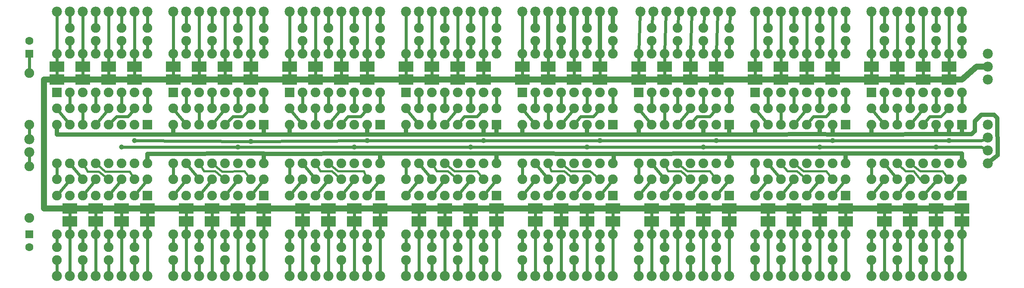
<source format=gbl>
G04 MADE WITH FRITZING*
G04 WWW.FRITZING.ORG*
G04 DOUBLE SIDED*
G04 HOLES PLATED*
G04 CONTOUR ON CENTER OF CONTOUR VECTOR*
%ASAXBY*%
%FSLAX23Y23*%
%MOIN*%
%OFA0B0*%
%SFA1.0B1.0*%
%ADD10C,0.039370*%
%ADD11C,0.078000*%
%ADD12C,0.075000*%
%ADD13C,0.062992*%
%ADD14R,0.118110X0.078740*%
%ADD15R,0.075000X0.075000*%
%ADD16R,0.062992X0.062992*%
%ADD17C,0.024000*%
%ADD18C,0.032000*%
%ADD19C,0.048000*%
%ADD20C,0.016000*%
%LNCOPPER0*%
G90*
G70*
G54D10*
X5460Y1179D03*
X5360Y1129D03*
X6260Y1129D03*
X6360Y1179D03*
X7260Y1179D03*
X7160Y1129D03*
X4560Y1179D03*
X4460Y1129D03*
X960Y1179D03*
X860Y1129D03*
X3660Y1179D03*
X3561Y1129D03*
X1861Y1175D03*
X1760Y1129D03*
X2661Y1129D03*
X2760Y1179D03*
G54D11*
X4660Y2179D03*
X4560Y2179D03*
X4460Y2179D03*
X4360Y2179D03*
X4260Y2179D03*
X4160Y2179D03*
X4060Y2179D03*
X3960Y2179D03*
X1060Y2179D03*
X960Y2179D03*
X860Y2179D03*
X760Y2179D03*
X660Y2179D03*
X560Y2179D03*
X460Y2179D03*
X360Y2179D03*
X1960Y2179D03*
X1860Y2179D03*
X1760Y2179D03*
X1660Y2179D03*
X1560Y2179D03*
X1460Y2179D03*
X1360Y2179D03*
X1260Y2179D03*
X3760Y2179D03*
X3660Y2179D03*
X3560Y2179D03*
X3460Y2179D03*
X3360Y2179D03*
X3260Y2179D03*
X3160Y2179D03*
X3060Y2179D03*
X2860Y2179D03*
X2760Y2179D03*
X2660Y2179D03*
X2560Y2179D03*
X2460Y2179D03*
X2360Y2179D03*
X2260Y2179D03*
X2160Y2179D03*
X5573Y2179D03*
X5473Y2179D03*
X5373Y2179D03*
X5273Y2179D03*
X5173Y2179D03*
X5073Y2179D03*
X4973Y2179D03*
X4873Y2179D03*
X6460Y2179D03*
X6360Y2179D03*
X6260Y2179D03*
X6160Y2179D03*
X6060Y2179D03*
X5960Y2179D03*
X5860Y2179D03*
X5760Y2179D03*
X7360Y2179D03*
X7260Y2179D03*
X7160Y2179D03*
X7060Y2179D03*
X6960Y2179D03*
X6860Y2179D03*
X6760Y2179D03*
X6660Y2179D03*
G54D12*
X1060Y1304D03*
X1060Y1004D03*
X960Y1304D03*
X960Y1004D03*
X860Y1304D03*
X860Y1004D03*
X760Y1304D03*
X760Y1004D03*
X660Y1304D03*
X660Y1004D03*
X560Y1304D03*
X560Y1004D03*
X460Y1304D03*
X460Y1004D03*
X360Y1304D03*
X360Y1004D03*
X1960Y1304D03*
X1960Y1004D03*
X1860Y1304D03*
X1860Y1004D03*
X1760Y1304D03*
X1760Y1004D03*
X1660Y1304D03*
X1660Y1004D03*
X1560Y1304D03*
X1560Y1004D03*
X1460Y1304D03*
X1460Y1004D03*
X1360Y1304D03*
X1360Y1004D03*
X1260Y1304D03*
X1260Y1004D03*
X2860Y1304D03*
X2860Y1004D03*
X2760Y1304D03*
X2760Y1004D03*
X2660Y1304D03*
X2660Y1004D03*
X2560Y1304D03*
X2560Y1004D03*
X2460Y1304D03*
X2460Y1004D03*
X2360Y1304D03*
X2360Y1004D03*
X2260Y1304D03*
X2260Y1004D03*
X2160Y1304D03*
X2160Y1004D03*
X3760Y1304D03*
X3760Y1004D03*
X3660Y1304D03*
X3660Y1004D03*
X3560Y1304D03*
X3560Y1004D03*
X3460Y1304D03*
X3460Y1004D03*
X3360Y1304D03*
X3360Y1004D03*
X3260Y1304D03*
X3260Y1004D03*
X3160Y1304D03*
X3160Y1004D03*
X3060Y1304D03*
X3060Y1004D03*
X4660Y1304D03*
X4660Y1004D03*
X4560Y1304D03*
X4560Y1004D03*
X4460Y1304D03*
X4460Y1004D03*
X4360Y1304D03*
X4360Y1004D03*
X4260Y1304D03*
X4260Y1004D03*
X4160Y1304D03*
X4160Y1004D03*
X4060Y1304D03*
X4060Y1004D03*
X3960Y1304D03*
X3960Y1004D03*
X5560Y1304D03*
X5560Y1004D03*
X5460Y1304D03*
X5460Y1004D03*
X5360Y1304D03*
X5360Y1004D03*
X5260Y1304D03*
X5260Y1004D03*
X5160Y1304D03*
X5160Y1004D03*
X5060Y1304D03*
X5060Y1004D03*
X4960Y1304D03*
X4960Y1004D03*
X4860Y1304D03*
X4860Y1004D03*
X6460Y1304D03*
X6460Y1004D03*
X6360Y1304D03*
X6360Y1004D03*
X6260Y1304D03*
X6260Y1004D03*
X6160Y1304D03*
X6160Y1004D03*
X6060Y1304D03*
X6060Y1004D03*
X5960Y1304D03*
X5960Y1004D03*
X5860Y1304D03*
X5860Y1004D03*
X5760Y1304D03*
X5760Y1004D03*
X7360Y1304D03*
X7360Y1004D03*
X7260Y1304D03*
X7260Y1004D03*
X7160Y1304D03*
X7160Y1004D03*
X7060Y1304D03*
X7060Y1004D03*
X6960Y1304D03*
X6960Y1004D03*
X6860Y1304D03*
X6860Y1004D03*
X6760Y1304D03*
X6760Y1004D03*
X6660Y1304D03*
X6660Y1004D03*
X1060Y754D03*
X1060Y454D03*
X960Y754D03*
X960Y454D03*
X860Y754D03*
X860Y454D03*
X760Y754D03*
X760Y454D03*
X660Y754D03*
X660Y454D03*
X560Y754D03*
X560Y454D03*
X460Y754D03*
X460Y454D03*
X360Y754D03*
X360Y454D03*
X1960Y754D03*
X1960Y454D03*
X1860Y754D03*
X1860Y454D03*
X1760Y754D03*
X1760Y454D03*
X1660Y754D03*
X1660Y454D03*
X1560Y754D03*
X1560Y454D03*
X1460Y754D03*
X1460Y454D03*
X1360Y754D03*
X1360Y454D03*
X1260Y754D03*
X1260Y454D03*
X2860Y754D03*
X2860Y454D03*
X2760Y754D03*
X2760Y454D03*
X2660Y754D03*
X2660Y454D03*
X2560Y754D03*
X2560Y454D03*
X2460Y754D03*
X2460Y454D03*
X2360Y754D03*
X2360Y454D03*
X2260Y754D03*
X2260Y454D03*
X2160Y754D03*
X2160Y454D03*
X3760Y754D03*
X3760Y454D03*
X3660Y754D03*
X3660Y454D03*
X3560Y754D03*
X3560Y454D03*
X3460Y754D03*
X3460Y454D03*
X3360Y754D03*
X3360Y454D03*
X3260Y754D03*
X3260Y454D03*
X3160Y754D03*
X3160Y454D03*
X3060Y754D03*
X3060Y454D03*
X4660Y754D03*
X4660Y454D03*
X4560Y754D03*
X4560Y454D03*
X4460Y754D03*
X4460Y454D03*
X4360Y754D03*
X4360Y454D03*
X4260Y754D03*
X4260Y454D03*
X4160Y754D03*
X4160Y454D03*
X4060Y754D03*
X4060Y454D03*
X3960Y754D03*
X3960Y454D03*
X5560Y754D03*
X5560Y454D03*
X5460Y754D03*
X5460Y454D03*
X5360Y754D03*
X5360Y454D03*
X5260Y754D03*
X5260Y454D03*
X5160Y754D03*
X5160Y454D03*
X5060Y754D03*
X5060Y454D03*
X4960Y754D03*
X4960Y454D03*
X4860Y754D03*
X4860Y454D03*
X6460Y754D03*
X6460Y454D03*
X6360Y754D03*
X6360Y454D03*
X6260Y754D03*
X6260Y454D03*
X6160Y754D03*
X6160Y454D03*
X6060Y754D03*
X6060Y454D03*
X5960Y754D03*
X5960Y454D03*
X5860Y754D03*
X5860Y454D03*
X5760Y754D03*
X5760Y454D03*
X7360Y753D03*
X7360Y453D03*
X7260Y753D03*
X7260Y453D03*
X7160Y753D03*
X7160Y453D03*
X7060Y753D03*
X7060Y453D03*
X6960Y753D03*
X6960Y453D03*
X6860Y753D03*
X6860Y453D03*
X6760Y753D03*
X6760Y453D03*
X6660Y753D03*
X6660Y453D03*
X360Y1554D03*
X360Y1854D03*
X460Y1554D03*
X460Y1854D03*
X560Y1554D03*
X560Y1854D03*
X660Y1554D03*
X660Y1854D03*
X760Y1554D03*
X760Y1854D03*
X860Y1554D03*
X860Y1854D03*
X960Y1554D03*
X960Y1854D03*
X1060Y1554D03*
X1060Y1854D03*
X1260Y1554D03*
X1260Y1854D03*
X1360Y1554D03*
X1360Y1854D03*
X1460Y1554D03*
X1460Y1854D03*
X1560Y1554D03*
X1560Y1854D03*
X1660Y1554D03*
X1660Y1854D03*
X1760Y1554D03*
X1760Y1854D03*
X1860Y1554D03*
X1860Y1854D03*
X1960Y1554D03*
X1960Y1854D03*
X2160Y1554D03*
X2160Y1854D03*
X2260Y1554D03*
X2260Y1854D03*
X2360Y1554D03*
X2360Y1854D03*
X2460Y1554D03*
X2460Y1854D03*
X2560Y1554D03*
X2560Y1854D03*
X2660Y1554D03*
X2660Y1854D03*
X2760Y1554D03*
X2760Y1854D03*
X2860Y1554D03*
X2860Y1854D03*
X3060Y1554D03*
X3060Y1854D03*
X3160Y1554D03*
X3160Y1854D03*
X3260Y1554D03*
X3260Y1854D03*
X3360Y1554D03*
X3360Y1854D03*
X3460Y1554D03*
X3460Y1854D03*
X3560Y1554D03*
X3560Y1854D03*
X3660Y1554D03*
X3660Y1854D03*
X3760Y1554D03*
X3760Y1854D03*
X3960Y1554D03*
X3960Y1854D03*
X4060Y1554D03*
X4060Y1854D03*
X4160Y1554D03*
X4160Y1854D03*
X4260Y1554D03*
X4260Y1854D03*
X4360Y1554D03*
X4360Y1854D03*
X4460Y1554D03*
X4460Y1854D03*
X4560Y1554D03*
X4560Y1854D03*
X4660Y1554D03*
X4660Y1854D03*
X5761Y1553D03*
X5761Y1853D03*
X5861Y1553D03*
X5861Y1853D03*
X5961Y1553D03*
X5961Y1853D03*
X6061Y1553D03*
X6061Y1853D03*
X6161Y1553D03*
X6161Y1853D03*
X6261Y1553D03*
X6261Y1853D03*
X6361Y1553D03*
X6361Y1853D03*
X6461Y1553D03*
X6461Y1853D03*
X4860Y1554D03*
X4860Y1854D03*
X4960Y1554D03*
X4960Y1854D03*
X5060Y1554D03*
X5060Y1854D03*
X5160Y1554D03*
X5160Y1854D03*
X5260Y1554D03*
X5260Y1854D03*
X5360Y1554D03*
X5360Y1854D03*
X5460Y1554D03*
X5460Y1854D03*
X5560Y1554D03*
X5560Y1854D03*
X6661Y1553D03*
X6661Y1853D03*
X6761Y1553D03*
X6761Y1853D03*
X6861Y1553D03*
X6861Y1853D03*
X6961Y1553D03*
X6961Y1853D03*
X7061Y1553D03*
X7061Y1853D03*
X7161Y1553D03*
X7161Y1853D03*
X7261Y1553D03*
X7261Y1853D03*
X7361Y1553D03*
X7361Y1853D03*
X7360Y1954D03*
X7360Y2054D03*
X6960Y2054D03*
X6960Y1954D03*
X5560Y2054D03*
X5560Y1954D03*
X6460Y2054D03*
X6460Y1954D03*
X5360Y2054D03*
X5360Y1954D03*
X6260Y2054D03*
X6260Y1954D03*
X5160Y2054D03*
X5160Y1954D03*
X6060Y2054D03*
X6060Y1954D03*
X4960Y2054D03*
X4960Y1954D03*
X5860Y2054D03*
X5860Y1954D03*
X7260Y879D03*
X7360Y879D03*
X7073Y879D03*
X7173Y879D03*
X6860Y879D03*
X6960Y879D03*
X3960Y879D03*
X4060Y879D03*
X360Y879D03*
X460Y879D03*
X1260Y879D03*
X1360Y879D03*
X2160Y879D03*
X2260Y879D03*
X3060Y879D03*
X3160Y879D03*
X4860Y879D03*
X4960Y879D03*
X5760Y879D03*
X5860Y879D03*
X4160Y879D03*
X4260Y879D03*
X560Y879D03*
X660Y879D03*
X1460Y879D03*
X1560Y879D03*
X2360Y879D03*
X2460Y879D03*
X3260Y879D03*
X3360Y879D03*
X5060Y879D03*
X5160Y879D03*
X5960Y879D03*
X6060Y879D03*
X4360Y879D03*
X4460Y879D03*
X1660Y879D03*
X1760Y879D03*
X760Y879D03*
X860Y879D03*
X2560Y879D03*
X2660Y879D03*
X3460Y879D03*
X3560Y879D03*
X5260Y879D03*
X5360Y879D03*
X6160Y879D03*
X6260Y879D03*
X4560Y879D03*
X4660Y879D03*
X1860Y879D03*
X1960Y879D03*
X960Y879D03*
X1060Y879D03*
X2760Y879D03*
X2860Y879D03*
X3660Y879D03*
X3760Y879D03*
X5460Y879D03*
X5560Y879D03*
X6360Y879D03*
X6460Y879D03*
X6660Y879D03*
X6760Y879D03*
X7260Y1429D03*
X7360Y1429D03*
X6860Y1429D03*
X6960Y1429D03*
X7160Y1429D03*
X7060Y1429D03*
X4560Y1429D03*
X4660Y1429D03*
X1860Y1429D03*
X1960Y1429D03*
X960Y1429D03*
X1060Y1429D03*
X2760Y1429D03*
X2860Y1429D03*
X3660Y1429D03*
X3760Y1429D03*
X5460Y1429D03*
X5560Y1429D03*
X6360Y1429D03*
X6460Y1429D03*
X4460Y1429D03*
X4360Y1429D03*
X1760Y1429D03*
X1660Y1429D03*
X860Y1429D03*
X760Y1429D03*
X2660Y1429D03*
X2560Y1429D03*
X3560Y1429D03*
X3460Y1429D03*
X5360Y1429D03*
X5260Y1429D03*
X6260Y1429D03*
X6160Y1429D03*
X4160Y1429D03*
X4260Y1429D03*
X1460Y1429D03*
X1560Y1429D03*
X3260Y1429D03*
X3360Y1429D03*
X560Y1429D03*
X660Y1429D03*
X2360Y1429D03*
X2460Y1429D03*
X5060Y1429D03*
X5160Y1429D03*
X5960Y1429D03*
X6060Y1429D03*
X4060Y1429D03*
X3960Y1429D03*
X460Y1429D03*
X360Y1429D03*
X1360Y1429D03*
X1260Y1429D03*
X2260Y1429D03*
X2160Y1429D03*
X3160Y1429D03*
X3060Y1429D03*
X4960Y1429D03*
X4860Y1429D03*
X5860Y1429D03*
X5760Y1429D03*
X6760Y1429D03*
X6660Y1429D03*
X7260Y354D03*
X7260Y254D03*
X7060Y354D03*
X7060Y254D03*
X6860Y354D03*
X6860Y254D03*
X4560Y354D03*
X4560Y254D03*
X960Y354D03*
X960Y254D03*
X1860Y354D03*
X1860Y254D03*
X2760Y354D03*
X2760Y254D03*
X3660Y354D03*
X3660Y254D03*
X5460Y354D03*
X5460Y254D03*
X6360Y354D03*
X6360Y254D03*
X4360Y354D03*
X4360Y254D03*
X760Y354D03*
X760Y254D03*
X1660Y354D03*
X1660Y254D03*
X2560Y354D03*
X2560Y254D03*
X3460Y354D03*
X3460Y254D03*
X5260Y354D03*
X5260Y254D03*
X6160Y354D03*
X6160Y254D03*
X4160Y354D03*
X4160Y254D03*
X1460Y354D03*
X1460Y254D03*
X560Y354D03*
X560Y254D03*
X2360Y354D03*
X2360Y254D03*
X3260Y354D03*
X3260Y254D03*
X5060Y354D03*
X5060Y254D03*
X5960Y354D03*
X5960Y254D03*
X3960Y354D03*
X3960Y254D03*
X360Y354D03*
X360Y254D03*
X1260Y354D03*
X1260Y254D03*
X2160Y354D03*
X2160Y254D03*
X3060Y354D03*
X3060Y254D03*
X4860Y354D03*
X4860Y254D03*
X5760Y354D03*
X5760Y254D03*
X6660Y354D03*
X6660Y254D03*
X4660Y2054D03*
X4660Y1954D03*
X4460Y2054D03*
X4460Y1954D03*
X4060Y2054D03*
X4060Y1954D03*
X1560Y2054D03*
X1560Y1954D03*
X1760Y2054D03*
X1760Y1954D03*
X1960Y2054D03*
X1960Y1954D03*
X460Y2054D03*
X460Y1954D03*
X860Y2054D03*
X860Y1954D03*
X660Y2054D03*
X660Y1954D03*
X1360Y2054D03*
X1360Y1954D03*
X3560Y2054D03*
X3560Y1954D03*
X3760Y2054D03*
X3760Y1954D03*
X1060Y2054D03*
X1060Y1954D03*
X2860Y2054D03*
X2860Y1954D03*
X3360Y2054D03*
X3360Y1954D03*
X3160Y2054D03*
X3160Y1954D03*
X2460Y2054D03*
X2460Y1954D03*
X2260Y2054D03*
X2260Y1954D03*
X2660Y2054D03*
X2660Y1954D03*
X4260Y2054D03*
X4260Y1954D03*
G54D11*
X3960Y129D03*
X4060Y129D03*
X4160Y129D03*
X4260Y129D03*
X4360Y129D03*
X4460Y129D03*
X4560Y129D03*
X4660Y129D03*
X360Y129D03*
X460Y129D03*
X560Y129D03*
X660Y129D03*
X760Y129D03*
X860Y129D03*
X960Y129D03*
X1060Y129D03*
X1260Y129D03*
X1360Y129D03*
X1460Y129D03*
X1560Y129D03*
X1660Y129D03*
X1760Y129D03*
X1860Y129D03*
X1960Y129D03*
X2160Y129D03*
X2260Y129D03*
X2360Y129D03*
X2460Y129D03*
X2560Y129D03*
X2660Y129D03*
X2760Y129D03*
X2860Y129D03*
X3060Y129D03*
X3160Y129D03*
X3260Y129D03*
X3360Y129D03*
X3460Y129D03*
X3560Y129D03*
X3660Y129D03*
X3760Y129D03*
X6660Y129D03*
X6760Y129D03*
X6860Y129D03*
X6960Y129D03*
X7060Y129D03*
X7160Y129D03*
X7260Y129D03*
X7360Y129D03*
X5760Y129D03*
X5860Y129D03*
X5960Y129D03*
X6060Y129D03*
X6160Y129D03*
X6260Y129D03*
X6360Y129D03*
X6460Y129D03*
X4860Y129D03*
X4960Y129D03*
X5060Y129D03*
X5160Y129D03*
X5260Y129D03*
X5360Y129D03*
X5460Y129D03*
X5560Y129D03*
G54D12*
X7160Y1954D03*
X7160Y2054D03*
X6760Y2054D03*
X6760Y1954D03*
G54D11*
X7560Y1004D03*
X7560Y1104D03*
X7560Y1204D03*
X7560Y1304D03*
X7560Y1854D03*
X7560Y1754D03*
X7560Y1654D03*
G54D13*
X148Y1855D03*
X148Y1954D03*
X148Y452D03*
X148Y354D03*
G54D12*
X148Y1304D03*
X148Y1704D03*
X148Y979D03*
X148Y579D03*
G54D11*
X148Y1191D03*
X148Y1091D03*
G54D14*
X360Y1754D03*
X1260Y1754D03*
X3960Y1754D03*
X2160Y1754D03*
X3060Y1754D03*
X3960Y1654D03*
X360Y1654D03*
X1260Y1654D03*
X2160Y1654D03*
X3060Y1654D03*
X4560Y1654D03*
X960Y1654D03*
X1860Y1654D03*
X2760Y1654D03*
X3660Y1654D03*
X4360Y1754D03*
X760Y1754D03*
X1660Y1754D03*
X3460Y1754D03*
X2560Y1754D03*
X4560Y1754D03*
X960Y1754D03*
X1860Y1754D03*
X2760Y1754D03*
X3660Y1754D03*
X4160Y1754D03*
X1460Y1754D03*
X2360Y1754D03*
X3260Y1754D03*
X560Y1754D03*
X4160Y1654D03*
X1460Y1654D03*
X560Y1654D03*
X2360Y1654D03*
X3260Y1654D03*
X4360Y1654D03*
X760Y1654D03*
X1660Y1654D03*
X2560Y1654D03*
X3460Y1654D03*
X4860Y1754D03*
X4860Y1654D03*
X5460Y1654D03*
X5260Y1754D03*
X5460Y1754D03*
X5060Y1754D03*
X5060Y1654D03*
X5260Y1654D03*
X5760Y1754D03*
X5760Y1654D03*
X6360Y1654D03*
X6160Y1754D03*
X6360Y1754D03*
X5960Y1754D03*
X5960Y1654D03*
X6160Y1654D03*
X6660Y1754D03*
X6660Y1654D03*
X7260Y1654D03*
X7060Y1754D03*
X7260Y1754D03*
X6860Y1754D03*
X6860Y1654D03*
X7060Y1654D03*
X6960Y554D03*
X7360Y554D03*
X6960Y654D03*
X7360Y654D03*
X7160Y654D03*
X7160Y554D03*
X6760Y554D03*
X6760Y654D03*
X6060Y554D03*
X6460Y554D03*
X6060Y654D03*
X6460Y654D03*
X6260Y654D03*
X6260Y554D03*
X5860Y554D03*
X5860Y654D03*
X5160Y554D03*
X5560Y554D03*
X5160Y654D03*
X5560Y654D03*
X5360Y654D03*
X5360Y554D03*
X4960Y554D03*
X4960Y654D03*
X4660Y654D03*
X1060Y654D03*
X1960Y654D03*
X2860Y654D03*
X3760Y654D03*
X4660Y554D03*
X1960Y554D03*
X3760Y554D03*
X1060Y554D03*
X2860Y554D03*
X4460Y554D03*
X1760Y554D03*
X860Y554D03*
X2660Y554D03*
X3560Y554D03*
X4460Y654D03*
X860Y654D03*
X1760Y654D03*
X2660Y654D03*
X3560Y654D03*
X4260Y554D03*
X1560Y554D03*
X3360Y554D03*
X660Y554D03*
X2460Y554D03*
X4260Y654D03*
X1560Y654D03*
X660Y654D03*
X2460Y654D03*
X3360Y654D03*
X4060Y554D03*
X460Y554D03*
X1360Y554D03*
X2260Y554D03*
X3160Y554D03*
X4060Y654D03*
X460Y654D03*
X1360Y654D03*
X2260Y654D03*
X3160Y654D03*
G54D15*
X1060Y1304D03*
X1960Y1304D03*
X2860Y1304D03*
X3760Y1304D03*
X4660Y1304D03*
X5560Y1304D03*
X6460Y1304D03*
X7360Y1304D03*
X1060Y754D03*
X1960Y754D03*
X2860Y754D03*
X3760Y754D03*
X4660Y754D03*
X5560Y754D03*
X6460Y754D03*
X7360Y753D03*
X360Y1554D03*
X1260Y1554D03*
X2160Y1554D03*
X3060Y1554D03*
X3960Y1554D03*
X5761Y1553D03*
X4860Y1554D03*
X6661Y1553D03*
G54D16*
X148Y1855D03*
X148Y452D03*
G54D17*
X4049Y1317D02*
X3971Y1415D01*
D02*
X4160Y1321D02*
X4160Y1411D01*
D02*
X4271Y1317D02*
X4349Y1415D01*
D02*
X4410Y1367D02*
X4510Y1367D01*
D02*
X4510Y1367D02*
X4549Y1415D01*
D02*
X4371Y1318D02*
X4410Y1367D01*
G54D18*
D02*
X3961Y1228D02*
X3961Y1286D01*
D02*
X4461Y1228D02*
X3961Y1228D01*
D02*
X4861Y1228D02*
X4461Y1228D01*
D02*
X4860Y1286D02*
X4861Y1228D01*
D02*
X5561Y1228D02*
X5360Y1228D01*
D02*
X5360Y1228D02*
X4861Y1228D01*
D02*
X5760Y1228D02*
X5561Y1228D01*
D02*
X5760Y1286D02*
X5760Y1228D01*
D02*
X6360Y1228D02*
X6261Y1229D01*
D02*
X6261Y1229D02*
X5760Y1228D01*
D02*
X6660Y1286D02*
X6660Y1228D01*
D02*
X6660Y1228D02*
X6360Y1228D01*
D02*
X4461Y1228D02*
X4460Y1286D01*
D02*
X5360Y1228D02*
X5360Y1286D01*
D02*
X6261Y1229D02*
X6261Y1286D01*
D02*
X7160Y1286D02*
X7160Y1229D01*
D02*
X7160Y1229D02*
X6660Y1228D01*
D02*
X7260Y1229D02*
X7260Y1286D01*
D02*
X7160Y1229D02*
X7260Y1229D01*
D02*
X7361Y1229D02*
X7360Y1286D01*
D02*
X7260Y1229D02*
X7361Y1229D01*
D02*
X6360Y1228D02*
X6360Y1286D01*
D02*
X5561Y1021D02*
X5561Y1080D01*
D02*
X5561Y1080D02*
X4672Y1078D01*
D02*
X4672Y1078D02*
X4663Y1021D01*
D02*
X6461Y1080D02*
X6460Y1021D01*
D02*
X5561Y1080D02*
X6461Y1080D01*
D02*
X6461Y1080D02*
X7361Y1079D01*
D02*
X7361Y1079D02*
X7361Y1021D01*
G54D17*
D02*
X7110Y1366D02*
X7198Y1366D01*
D02*
X7198Y1366D02*
X7248Y1416D01*
D02*
X7071Y1318D02*
X7110Y1366D01*
D02*
X6971Y1317D02*
X7049Y1415D01*
D02*
X6860Y1321D02*
X6860Y1411D01*
D02*
X6749Y1317D02*
X6671Y1415D01*
D02*
X6210Y1367D02*
X6310Y1367D01*
D02*
X6310Y1367D02*
X6349Y1415D01*
D02*
X6171Y1318D02*
X6210Y1367D01*
D02*
X6071Y1317D02*
X6149Y1415D01*
D02*
X5960Y1321D02*
X5960Y1411D01*
D02*
X5849Y1317D02*
X5771Y1415D01*
G54D18*
D02*
X5561Y1228D02*
X5561Y1286D01*
G54D17*
D02*
X4949Y1317D02*
X4871Y1415D01*
D02*
X5060Y1321D02*
X5060Y1411D01*
D02*
X5171Y1317D02*
X5249Y1415D01*
D02*
X5311Y1367D02*
X5411Y1367D01*
D02*
X5411Y1367D02*
X5449Y1415D01*
D02*
X5271Y1317D02*
X5311Y1367D01*
D02*
X4568Y1179D02*
X5453Y1179D01*
D02*
X4468Y1129D02*
X5353Y1129D01*
D02*
X5560Y1129D02*
X6252Y1129D01*
D02*
X5368Y1129D02*
X5560Y1129D01*
D02*
X6353Y1179D02*
X5468Y1179D01*
D02*
X7253Y1179D02*
X6368Y1179D01*
D02*
X7153Y1129D02*
X6268Y1129D01*
D02*
X7510Y1129D02*
X7168Y1129D01*
D02*
X7543Y1112D02*
X7510Y1129D01*
D02*
X7510Y1179D02*
X7268Y1179D01*
D02*
X7543Y1195D02*
X7510Y1179D01*
G54D18*
D02*
X7460Y1254D02*
X7460Y1329D01*
D02*
X7460Y1329D02*
X7510Y1379D01*
D02*
X7610Y1379D02*
X7635Y1353D01*
D02*
X7636Y1066D02*
X7575Y1016D01*
D02*
X7635Y1353D02*
X7636Y1066D01*
D02*
X7510Y1379D02*
X7610Y1379D01*
D02*
X7435Y1229D02*
X7460Y1254D01*
D02*
X7361Y1229D02*
X7435Y1229D01*
G54D19*
D02*
X4207Y654D02*
X4114Y654D01*
D02*
X4407Y654D02*
X4314Y654D01*
D02*
X4607Y654D02*
X4514Y654D01*
G54D17*
D02*
X4060Y471D02*
X4060Y520D01*
D02*
X4260Y471D02*
X4260Y520D01*
D02*
X4460Y471D02*
X4460Y520D01*
D02*
X4660Y471D02*
X4660Y520D01*
D02*
X4060Y588D02*
X4060Y620D01*
D02*
X4260Y588D02*
X4260Y620D01*
D02*
X4460Y588D02*
X4460Y620D01*
D02*
X4660Y588D02*
X4660Y620D01*
G54D19*
D02*
X5107Y654D02*
X5014Y654D01*
D02*
X5307Y654D02*
X5214Y654D01*
D02*
X5507Y654D02*
X5414Y654D01*
G54D17*
D02*
X4960Y471D02*
X4960Y520D01*
D02*
X5160Y471D02*
X5160Y520D01*
D02*
X5360Y471D02*
X5360Y520D01*
D02*
X5560Y471D02*
X5560Y520D01*
D02*
X5560Y588D02*
X5560Y620D01*
D02*
X5360Y588D02*
X5360Y620D01*
D02*
X5160Y588D02*
X5160Y620D01*
D02*
X4960Y588D02*
X4960Y620D01*
G54D19*
D02*
X6007Y654D02*
X5914Y654D01*
D02*
X6207Y654D02*
X6114Y654D01*
D02*
X6407Y654D02*
X6314Y654D01*
G54D17*
D02*
X5860Y471D02*
X5860Y520D01*
D02*
X6060Y471D02*
X6060Y520D01*
D02*
X6260Y471D02*
X6260Y520D01*
D02*
X6460Y471D02*
X6460Y520D01*
D02*
X5860Y588D02*
X5860Y620D01*
D02*
X6060Y588D02*
X6060Y620D01*
D02*
X6260Y620D02*
X6260Y588D01*
D02*
X6460Y620D02*
X6460Y588D01*
D02*
X7160Y588D02*
X7160Y620D01*
D02*
X7360Y471D02*
X7360Y520D01*
D02*
X7360Y588D02*
X7360Y620D01*
G54D19*
D02*
X7307Y654D02*
X7214Y654D01*
D02*
X7107Y654D02*
X7014Y654D01*
D02*
X6907Y654D02*
X6814Y654D01*
G54D17*
D02*
X6960Y520D02*
X6960Y471D01*
D02*
X6760Y520D02*
X6760Y471D01*
D02*
X6760Y620D02*
X6760Y588D01*
D02*
X6960Y620D02*
X6960Y588D01*
D02*
X7160Y520D02*
X7160Y471D01*
D02*
X3960Y1788D02*
X3960Y1836D01*
D02*
X4160Y1788D02*
X4160Y1836D01*
D02*
X4360Y1788D02*
X4360Y1836D01*
D02*
X4560Y1788D02*
X4560Y1836D01*
G54D19*
D02*
X4507Y1654D02*
X4414Y1654D01*
D02*
X4307Y1654D02*
X4214Y1654D01*
D02*
X4107Y1654D02*
X4014Y1654D01*
G54D17*
D02*
X3960Y1688D02*
X3960Y1720D01*
D02*
X4160Y1688D02*
X4160Y1720D01*
D02*
X4360Y1688D02*
X4360Y1720D01*
D02*
X4560Y1688D02*
X4560Y1720D01*
D02*
X5460Y1788D02*
X5460Y1836D01*
D02*
X5460Y1720D02*
X5460Y1688D01*
D02*
X5260Y1788D02*
X5260Y1836D01*
D02*
X5260Y1720D02*
X5260Y1688D01*
D02*
X5060Y1836D02*
X5060Y1788D01*
D02*
X5060Y1720D02*
X5060Y1688D01*
D02*
X4860Y1836D02*
X4860Y1788D01*
D02*
X4860Y1720D02*
X4860Y1688D01*
G54D19*
D02*
X5007Y1654D02*
X4914Y1654D01*
D02*
X5207Y1654D02*
X5114Y1654D01*
D02*
X5407Y1654D02*
X5314Y1654D01*
G54D17*
D02*
X5761Y1788D02*
X5761Y1836D01*
D02*
X5760Y1720D02*
X5760Y1688D01*
D02*
X5960Y1720D02*
X5960Y1688D01*
D02*
X5961Y1788D02*
X5961Y1836D01*
D02*
X6161Y1788D02*
X6161Y1836D01*
D02*
X6160Y1688D02*
X6160Y1720D01*
D02*
X6361Y1788D02*
X6361Y1836D01*
D02*
X6360Y1688D02*
X6360Y1720D01*
G54D19*
D02*
X5907Y1654D02*
X5814Y1654D01*
D02*
X6107Y1654D02*
X6014Y1654D01*
D02*
X6307Y1654D02*
X6214Y1654D01*
G54D17*
D02*
X6660Y1788D02*
X6661Y1835D01*
D02*
X6860Y1788D02*
X6861Y1835D01*
D02*
X7060Y1788D02*
X7061Y1835D01*
D02*
X7260Y1788D02*
X7261Y1835D01*
D02*
X7260Y1688D02*
X7260Y1720D01*
D02*
X7060Y1688D02*
X7060Y1720D01*
D02*
X6860Y1688D02*
X6860Y1720D01*
D02*
X6660Y1688D02*
X6660Y1720D01*
G54D19*
D02*
X6807Y1654D02*
X6714Y1654D01*
D02*
X7007Y1654D02*
X6914Y1654D01*
D02*
X7207Y1654D02*
X7114Y1654D01*
G54D18*
D02*
X1961Y1228D02*
X1261Y1228D01*
D02*
X2760Y1228D02*
X2161Y1228D01*
D02*
X3660Y1228D02*
X3061Y1228D01*
D02*
X3761Y1228D02*
X3660Y1228D01*
D02*
X3061Y1228D02*
X2760Y1228D01*
D02*
X2161Y1228D02*
X1961Y1228D01*
D02*
X1261Y1228D02*
X361Y1228D01*
D02*
X361Y1228D02*
X360Y1286D01*
D02*
X3961Y1228D02*
X3761Y1228D01*
D02*
X2861Y1079D02*
X1960Y1078D01*
D02*
X1960Y1079D02*
X1061Y1078D01*
D02*
X3761Y1080D02*
X2861Y1079D01*
D02*
X1061Y1078D02*
X1060Y1021D01*
D02*
X4672Y1078D02*
X3761Y1080D01*
G54D17*
D02*
X2752Y1179D02*
X1869Y1175D01*
D02*
X1854Y1175D02*
X968Y1179D01*
D02*
X3652Y1179D02*
X2768Y1179D01*
D02*
X4552Y1179D02*
X3668Y1179D01*
D02*
X2653Y1129D02*
X1768Y1129D01*
D02*
X1753Y1129D02*
X868Y1129D01*
D02*
X3553Y1129D02*
X2668Y1129D01*
D02*
X4453Y1129D02*
X3569Y1129D01*
G54D18*
D02*
X1261Y1228D02*
X1260Y1286D01*
D02*
X2161Y1228D02*
X2161Y1286D01*
D02*
X3061Y1228D02*
X3061Y1286D01*
D02*
X3761Y1080D02*
X3760Y1021D01*
D02*
X3761Y1228D02*
X3760Y1286D01*
D02*
X3660Y1228D02*
X3660Y1286D01*
D02*
X2760Y1228D02*
X2760Y1286D01*
D02*
X1961Y1228D02*
X1960Y1286D01*
D02*
X1960Y1079D02*
X1960Y1021D01*
D02*
X2861Y1079D02*
X2860Y1021D01*
G54D17*
D02*
X6661Y1870D02*
X6660Y2160D01*
D02*
X6760Y2071D02*
X6760Y2160D01*
D02*
X6861Y1870D02*
X6860Y2160D01*
D02*
X6960Y2071D02*
X6960Y2160D01*
D02*
X7061Y1870D02*
X7060Y2160D01*
D02*
X7160Y2071D02*
X7160Y2160D01*
D02*
X7261Y1870D02*
X7260Y2160D01*
D02*
X7360Y2071D02*
X7360Y2160D01*
D02*
X5761Y1871D02*
X5760Y2160D01*
D02*
X5860Y2071D02*
X5860Y2160D01*
D02*
X5961Y1871D02*
X5960Y2160D01*
D02*
X6060Y2071D02*
X6060Y2160D01*
D02*
X6161Y1871D02*
X6160Y2160D01*
D02*
X6260Y2071D02*
X6260Y2160D01*
D02*
X6361Y1871D02*
X6360Y2160D01*
D02*
X6460Y2071D02*
X6460Y2160D01*
D02*
X5562Y2071D02*
X5571Y2160D01*
D02*
X5461Y1871D02*
X5472Y2160D01*
D02*
X5362Y2071D02*
X5371Y2160D01*
D02*
X5261Y1871D02*
X5272Y2160D01*
D02*
X5162Y2071D02*
X5171Y2160D01*
D02*
X5061Y1871D02*
X5072Y2160D01*
D02*
X4962Y2071D02*
X4971Y2160D01*
D02*
X4861Y1871D02*
X4872Y2160D01*
G54D18*
D02*
X4160Y1871D02*
X4160Y2160D01*
D02*
X4360Y1871D02*
X4360Y2160D01*
D02*
X4560Y1871D02*
X4560Y2160D01*
G54D17*
D02*
X4960Y1871D02*
X4960Y1936D01*
D02*
X5160Y1871D02*
X5160Y1936D01*
D02*
X5360Y1871D02*
X5360Y1936D01*
D02*
X5560Y1871D02*
X5560Y1936D01*
D02*
X5560Y1446D02*
X5560Y1536D01*
D02*
X5360Y1446D02*
X5360Y1536D01*
D02*
X5160Y1446D02*
X5160Y1536D01*
D02*
X4960Y1446D02*
X4960Y1536D01*
D02*
X4060Y1446D02*
X4060Y1536D01*
D02*
X4260Y1446D02*
X4260Y1536D01*
D02*
X4460Y1446D02*
X4460Y1536D01*
D02*
X4660Y1446D02*
X4660Y1536D01*
D02*
X3960Y896D02*
X3960Y986D01*
D02*
X4149Y892D02*
X4071Y990D01*
G54D20*
D02*
X4285Y942D02*
X4185Y942D01*
D02*
X4185Y942D02*
X4167Y988D01*
D02*
X4347Y890D02*
X4285Y942D01*
D02*
X4485Y942D02*
X4335Y942D01*
D02*
X4335Y942D02*
X4274Y993D01*
D02*
X4547Y890D02*
X4485Y942D01*
G54D17*
D02*
X4860Y896D02*
X4860Y986D01*
D02*
X5049Y892D02*
X4971Y990D01*
G54D20*
D02*
X5086Y942D02*
X5067Y988D01*
D02*
X5186Y942D02*
X5086Y942D01*
D02*
X5247Y890D02*
X5186Y942D01*
D02*
X5411Y942D02*
X5236Y942D01*
D02*
X5236Y942D02*
X5174Y993D01*
D02*
X5450Y893D02*
X5411Y942D01*
G54D17*
D02*
X3971Y767D02*
X4049Y865D01*
D02*
X4171Y767D02*
X4249Y865D01*
D02*
X4371Y767D02*
X4449Y865D01*
D02*
X4571Y767D02*
X4649Y865D01*
D02*
X4871Y767D02*
X4949Y865D01*
D02*
X5071Y767D02*
X5149Y865D01*
D02*
X5271Y767D02*
X5349Y865D01*
D02*
X5471Y767D02*
X5549Y865D01*
D02*
X4860Y371D02*
X4860Y436D01*
D02*
X5060Y371D02*
X5060Y436D01*
D02*
X5260Y371D02*
X5260Y436D01*
D02*
X5460Y371D02*
X5460Y436D01*
D02*
X4560Y371D02*
X4560Y436D01*
D02*
X4360Y371D02*
X4360Y436D01*
D02*
X4160Y371D02*
X4160Y436D01*
D02*
X3960Y371D02*
X3960Y436D01*
D02*
X6761Y1535D02*
X6760Y1446D01*
D02*
X6961Y1535D02*
X6960Y1446D01*
D02*
X7161Y1535D02*
X7160Y1446D01*
D02*
X7361Y1535D02*
X7360Y1446D01*
D02*
X6660Y371D02*
X6660Y436D01*
D02*
X6860Y371D02*
X6860Y436D01*
D02*
X7060Y371D02*
X7060Y436D01*
D02*
X7260Y371D02*
X7260Y436D01*
D02*
X6671Y767D02*
X6749Y865D01*
D02*
X6871Y767D02*
X6949Y865D01*
D02*
X7072Y766D02*
X7161Y866D01*
D02*
X7271Y767D02*
X7349Y865D01*
D02*
X5861Y1871D02*
X5860Y1936D01*
D02*
X6061Y1871D02*
X6060Y1936D01*
D02*
X6261Y1871D02*
X6260Y1936D01*
D02*
X6461Y1871D02*
X6460Y1936D01*
D02*
X6761Y1870D02*
X6760Y1936D01*
D02*
X6961Y1870D02*
X6960Y1936D01*
D02*
X7161Y1870D02*
X7160Y1936D01*
D02*
X7361Y1870D02*
X7360Y1936D01*
D02*
X5860Y1446D02*
X5861Y1536D01*
D02*
X6060Y1446D02*
X6061Y1536D01*
D02*
X6260Y1446D02*
X6261Y1536D01*
D02*
X6460Y1446D02*
X6461Y1536D01*
D02*
X5760Y896D02*
X5760Y986D01*
D02*
X5949Y892D02*
X5871Y990D01*
G54D20*
D02*
X6010Y942D02*
X5971Y990D01*
D02*
X6085Y942D02*
X6010Y942D01*
D02*
X6147Y890D02*
X6085Y942D01*
D02*
X6310Y942D02*
X6135Y942D01*
D02*
X6135Y942D02*
X6074Y993D01*
D02*
X6349Y892D02*
X6310Y942D01*
G54D17*
D02*
X6371Y767D02*
X6449Y865D01*
D02*
X6171Y767D02*
X6249Y865D01*
D02*
X5971Y767D02*
X6049Y865D01*
D02*
X5771Y767D02*
X5849Y865D01*
D02*
X5760Y371D02*
X5760Y436D01*
D02*
X5960Y371D02*
X5960Y436D01*
D02*
X6160Y371D02*
X6160Y436D01*
D02*
X6360Y371D02*
X6360Y436D01*
G54D20*
D02*
X7211Y942D02*
X7036Y942D01*
D02*
X7036Y942D02*
X6974Y993D01*
D02*
X7250Y893D02*
X7211Y942D01*
D02*
X7036Y879D02*
X6986Y942D01*
D02*
X6923Y942D02*
X6873Y991D01*
D02*
X6986Y942D02*
X6923Y942D01*
D02*
X7055Y879D02*
X7036Y879D01*
G54D17*
D02*
X6849Y892D02*
X6771Y990D01*
D02*
X6660Y896D02*
X6660Y986D01*
G54D18*
D02*
X4460Y2071D02*
X4460Y2160D01*
D02*
X4660Y2071D02*
X4660Y2160D01*
G54D17*
D02*
X4660Y1871D02*
X4660Y1936D01*
D02*
X4460Y1871D02*
X4460Y1936D01*
D02*
X3960Y1871D02*
X3960Y2160D01*
D02*
X3960Y236D02*
X3960Y148D01*
D02*
X4060Y436D02*
X4060Y148D01*
D02*
X4260Y436D02*
X4260Y148D01*
D02*
X4160Y236D02*
X4160Y148D01*
D02*
X4360Y236D02*
X4360Y148D01*
D02*
X4460Y436D02*
X4460Y148D01*
D02*
X4560Y236D02*
X4560Y148D01*
D02*
X4660Y436D02*
X4660Y148D01*
D02*
X4860Y148D02*
X4860Y236D01*
D02*
X4960Y148D02*
X4960Y436D01*
D02*
X5060Y148D02*
X5060Y236D01*
D02*
X5160Y148D02*
X5160Y436D01*
D02*
X5260Y148D02*
X5260Y236D01*
D02*
X5360Y148D02*
X5360Y436D01*
D02*
X5460Y148D02*
X5460Y236D01*
D02*
X5560Y148D02*
X5560Y436D01*
D02*
X5760Y148D02*
X5760Y236D01*
D02*
X5860Y148D02*
X5860Y436D01*
D02*
X6060Y148D02*
X6060Y436D01*
D02*
X6260Y148D02*
X6260Y436D01*
D02*
X6160Y148D02*
X6160Y236D01*
D02*
X5960Y148D02*
X5960Y236D01*
D02*
X6360Y148D02*
X6360Y236D01*
D02*
X6460Y148D02*
X6460Y436D01*
D02*
X6660Y148D02*
X6660Y236D01*
D02*
X6760Y148D02*
X6760Y436D01*
D02*
X6860Y148D02*
X6860Y236D01*
D02*
X6960Y148D02*
X6960Y436D01*
D02*
X7060Y148D02*
X7060Y236D01*
D02*
X7160Y148D02*
X7160Y436D01*
D02*
X7260Y148D02*
X7260Y236D01*
D02*
X7360Y148D02*
X7360Y436D01*
G54D18*
D02*
X4260Y1871D02*
X4260Y1936D01*
D02*
X4060Y1871D02*
X4060Y1936D01*
D02*
X4060Y2071D02*
X4060Y2160D01*
D02*
X4260Y2071D02*
X4260Y2160D01*
G54D17*
D02*
X3060Y1871D02*
X3060Y2160D01*
D02*
X3260Y1871D02*
X3260Y2160D01*
D02*
X3460Y1871D02*
X3460Y2160D01*
D02*
X3660Y1871D02*
X3660Y2160D01*
D02*
X2760Y1871D02*
X2760Y2160D01*
D02*
X2560Y1871D02*
X2560Y2160D01*
D02*
X2360Y1871D02*
X2360Y2160D01*
D02*
X2160Y1871D02*
X2160Y2160D01*
D02*
X1260Y1871D02*
X1260Y2160D01*
D02*
X1460Y1871D02*
X1460Y2160D01*
D02*
X1660Y1871D02*
X1660Y2160D01*
D02*
X1860Y1871D02*
X1860Y2160D01*
D02*
X360Y1871D02*
X360Y2160D01*
D02*
X560Y1871D02*
X560Y2160D01*
D02*
X760Y1871D02*
X760Y2160D01*
D02*
X960Y1871D02*
X960Y2160D01*
D02*
X460Y2071D02*
X460Y2160D01*
D02*
X660Y2071D02*
X660Y2160D01*
D02*
X860Y2071D02*
X860Y2160D01*
D02*
X1060Y2071D02*
X1060Y2160D01*
D02*
X460Y1871D02*
X460Y1936D01*
D02*
X660Y1871D02*
X660Y1936D01*
D02*
X860Y1871D02*
X860Y1936D01*
D02*
X1060Y1871D02*
X1060Y1936D01*
D02*
X1360Y2071D02*
X1360Y2160D01*
D02*
X1360Y1871D02*
X1360Y1936D01*
D02*
X1560Y2071D02*
X1560Y2160D01*
D02*
X1560Y1871D02*
X1560Y1936D01*
D02*
X1760Y2071D02*
X1760Y2160D01*
D02*
X1760Y1871D02*
X1760Y1936D01*
D02*
X1960Y2071D02*
X1960Y2160D01*
D02*
X1960Y1871D02*
X1960Y1936D01*
D02*
X2260Y2071D02*
X2260Y2160D01*
D02*
X2260Y1871D02*
X2260Y1936D01*
D02*
X2460Y2071D02*
X2460Y2160D01*
D02*
X2460Y1871D02*
X2460Y1936D01*
D02*
X2660Y2071D02*
X2660Y2160D01*
D02*
X2660Y1871D02*
X2660Y1936D01*
D02*
X2860Y2071D02*
X2860Y2160D01*
D02*
X2860Y1871D02*
X2860Y1936D01*
D02*
X3160Y2071D02*
X3160Y2160D01*
D02*
X3160Y1871D02*
X3160Y1936D01*
D02*
X3360Y2071D02*
X3360Y2160D01*
D02*
X3360Y1871D02*
X3360Y1936D01*
D02*
X3560Y2071D02*
X3560Y2160D01*
D02*
X3560Y1871D02*
X3560Y1936D01*
D02*
X3760Y2071D02*
X3760Y2160D01*
D02*
X3760Y1871D02*
X3760Y1936D01*
D02*
X3760Y1446D02*
X3760Y1536D01*
D02*
X3610Y1367D02*
X3649Y1415D01*
D02*
X3471Y1317D02*
X3511Y1367D01*
D02*
X3511Y1367D02*
X3610Y1367D01*
D02*
X3560Y1446D02*
X3560Y1536D01*
D02*
X3360Y1446D02*
X3360Y1536D01*
D02*
X3371Y1317D02*
X3449Y1415D01*
D02*
X3260Y1321D02*
X3260Y1411D01*
D02*
X3160Y1446D02*
X3160Y1536D01*
D02*
X3149Y1317D02*
X3071Y1415D01*
D02*
X2860Y1446D02*
X2860Y1536D01*
D02*
X2660Y1446D02*
X2660Y1536D01*
D02*
X2460Y1446D02*
X2460Y1536D01*
D02*
X2260Y1446D02*
X2260Y1536D01*
D02*
X2249Y1317D02*
X2171Y1415D01*
D02*
X2360Y1321D02*
X2360Y1411D01*
D02*
X2471Y1317D02*
X2549Y1415D01*
D02*
X2571Y1317D02*
X2611Y1367D01*
D02*
X2710Y1367D02*
X2749Y1415D01*
D02*
X2611Y1367D02*
X2710Y1367D01*
D02*
X1960Y1446D02*
X1960Y1536D01*
D02*
X1760Y1446D02*
X1760Y1536D01*
D02*
X1560Y1446D02*
X1560Y1536D01*
D02*
X1360Y1446D02*
X1360Y1536D01*
D02*
X1349Y1317D02*
X1271Y1415D01*
D02*
X1460Y1321D02*
X1460Y1411D01*
D02*
X1571Y1317D02*
X1649Y1415D01*
D02*
X1722Y1367D02*
X1798Y1367D01*
D02*
X1798Y1367D02*
X1848Y1416D01*
D02*
X1673Y1316D02*
X1722Y1367D01*
D02*
X1060Y1446D02*
X1060Y1536D01*
D02*
X860Y1446D02*
X860Y1536D01*
D02*
X660Y1446D02*
X660Y1536D01*
D02*
X460Y1446D02*
X460Y1536D01*
D02*
X449Y1317D02*
X371Y1415D01*
D02*
X560Y1321D02*
X560Y1411D01*
D02*
X671Y1317D02*
X749Y1415D01*
D02*
X910Y1367D02*
X949Y1415D01*
D02*
X822Y1367D02*
X910Y1367D01*
D02*
X773Y1316D02*
X822Y1367D01*
D02*
X3060Y896D02*
X3060Y986D01*
D02*
X3249Y892D02*
X3171Y990D01*
G54D20*
D02*
X3385Y942D02*
X3298Y942D01*
D02*
X3298Y942D02*
X3269Y989D01*
D02*
X3447Y890D02*
X3385Y942D01*
D02*
X3611Y942D02*
X3435Y942D01*
D02*
X3435Y942D02*
X3374Y993D01*
D02*
X3650Y893D02*
X3611Y942D01*
G54D17*
D02*
X3671Y767D02*
X3749Y865D01*
D02*
X3471Y767D02*
X3549Y865D01*
D02*
X3271Y767D02*
X3349Y865D01*
D02*
X3071Y767D02*
X3149Y865D01*
D02*
X2771Y767D02*
X2849Y865D01*
D02*
X2571Y767D02*
X2649Y865D01*
D02*
X2371Y767D02*
X2449Y865D01*
D02*
X2171Y767D02*
X2249Y865D01*
D02*
X2160Y896D02*
X2160Y986D01*
D02*
X2349Y892D02*
X2271Y990D01*
G54D20*
D02*
X2486Y942D02*
X2397Y942D01*
D02*
X2547Y890D02*
X2486Y942D01*
D02*
X2397Y942D02*
X2369Y989D01*
D02*
X2535Y942D02*
X2474Y993D01*
D02*
X2735Y942D02*
X2535Y942D01*
D02*
X2754Y895D02*
X2735Y942D01*
G54D17*
D02*
X1271Y767D02*
X1349Y865D01*
D02*
X1471Y767D02*
X1549Y865D01*
D02*
X1671Y767D02*
X1749Y865D01*
D02*
X1871Y767D02*
X1949Y865D01*
D02*
X1260Y896D02*
X1260Y986D01*
D02*
X1449Y892D02*
X1371Y990D01*
G54D20*
D02*
X1585Y942D02*
X1498Y942D01*
D02*
X1647Y890D02*
X1585Y942D01*
D02*
X1498Y942D02*
X1469Y989D01*
D02*
X1811Y942D02*
X1636Y941D01*
D02*
X1850Y893D02*
X1811Y942D01*
D02*
X1636Y941D02*
X1574Y993D01*
G54D17*
D02*
X360Y896D02*
X360Y986D01*
D02*
X371Y767D02*
X449Y865D01*
D02*
X571Y767D02*
X649Y865D01*
D02*
X771Y767D02*
X849Y865D01*
D02*
X971Y767D02*
X1049Y865D01*
D02*
X549Y892D02*
X471Y990D01*
G54D20*
D02*
X598Y941D02*
X569Y989D01*
D02*
X685Y941D02*
X598Y941D01*
D02*
X747Y890D02*
X685Y941D01*
D02*
X735Y941D02*
X674Y993D01*
D02*
X951Y894D02*
X923Y941D01*
D02*
X923Y941D02*
X735Y941D01*
G54D17*
D02*
X3760Y148D02*
X3760Y436D01*
D02*
X3660Y371D02*
X3660Y436D01*
D02*
X3660Y148D02*
X3660Y236D01*
D02*
X3560Y148D02*
X3560Y436D01*
D02*
X3460Y371D02*
X3460Y436D01*
D02*
X3460Y148D02*
X3460Y236D01*
D02*
X3360Y148D02*
X3360Y436D01*
D02*
X3260Y371D02*
X3260Y436D01*
D02*
X3260Y148D02*
X3260Y236D01*
D02*
X3160Y148D02*
X3160Y436D01*
D02*
X3060Y371D02*
X3060Y436D01*
D02*
X3060Y148D02*
X3060Y236D01*
D02*
X2860Y148D02*
X2860Y436D01*
D02*
X2760Y371D02*
X2760Y436D01*
D02*
X2760Y148D02*
X2760Y236D01*
D02*
X2660Y148D02*
X2660Y436D01*
D02*
X2560Y371D02*
X2560Y436D01*
D02*
X2560Y148D02*
X2560Y236D01*
D02*
X2460Y148D02*
X2460Y436D01*
D02*
X2360Y371D02*
X2360Y436D01*
D02*
X2360Y148D02*
X2360Y236D01*
D02*
X2260Y148D02*
X2260Y436D01*
D02*
X2160Y371D02*
X2160Y436D01*
D02*
X2160Y148D02*
X2160Y236D01*
D02*
X1960Y148D02*
X1960Y436D01*
D02*
X1860Y371D02*
X1860Y436D01*
D02*
X1860Y148D02*
X1860Y236D01*
D02*
X1760Y148D02*
X1760Y436D01*
D02*
X1660Y371D02*
X1660Y436D01*
D02*
X1660Y148D02*
X1660Y236D01*
D02*
X1560Y148D02*
X1560Y436D01*
D02*
X1460Y371D02*
X1460Y436D01*
D02*
X1460Y148D02*
X1460Y236D01*
D02*
X1360Y148D02*
X1360Y436D01*
D02*
X1260Y371D02*
X1260Y436D01*
D02*
X1260Y148D02*
X1260Y236D01*
D02*
X1060Y148D02*
X1060Y436D01*
D02*
X960Y371D02*
X960Y436D01*
D02*
X960Y148D02*
X960Y236D01*
D02*
X860Y148D02*
X860Y436D01*
D02*
X760Y371D02*
X760Y436D01*
D02*
X760Y148D02*
X760Y236D01*
D02*
X660Y148D02*
X660Y436D01*
D02*
X560Y371D02*
X560Y436D01*
D02*
X560Y148D02*
X560Y236D01*
D02*
X460Y148D02*
X460Y436D01*
D02*
X360Y371D02*
X360Y436D01*
D02*
X360Y148D02*
X360Y236D01*
D02*
X2160Y1788D02*
X2160Y1836D01*
D02*
X2360Y1788D02*
X2360Y1836D01*
D02*
X2560Y1788D02*
X2560Y1836D01*
D02*
X2760Y1788D02*
X2760Y1836D01*
D02*
X3060Y1788D02*
X3060Y1836D01*
D02*
X3260Y1788D02*
X3260Y1836D01*
D02*
X3460Y1788D02*
X3460Y1836D01*
D02*
X3660Y1788D02*
X3660Y1836D01*
G54D19*
D02*
X2307Y1654D02*
X2214Y1654D01*
D02*
X2414Y1654D02*
X2507Y1654D01*
D02*
X2614Y1654D02*
X2707Y1654D01*
D02*
X3207Y1654D02*
X3114Y1654D01*
D02*
X3314Y1654D02*
X3407Y1654D01*
D02*
X3514Y1654D02*
X3607Y1654D01*
G54D17*
D02*
X3660Y1688D02*
X3660Y1720D01*
D02*
X3460Y1688D02*
X3460Y1720D01*
D02*
X3260Y1688D02*
X3260Y1720D01*
D02*
X3060Y1688D02*
X3060Y1720D01*
D02*
X2760Y1688D02*
X2760Y1720D01*
D02*
X2560Y1688D02*
X2560Y1720D01*
D02*
X2360Y1688D02*
X2360Y1720D01*
D02*
X2160Y1688D02*
X2160Y1720D01*
D02*
X360Y1788D02*
X360Y1836D01*
D02*
X360Y1720D02*
X360Y1688D01*
D02*
X560Y1788D02*
X560Y1836D01*
D02*
X560Y1720D02*
X560Y1688D01*
D02*
X760Y1788D02*
X760Y1836D01*
D02*
X760Y1720D02*
X760Y1688D01*
D02*
X960Y1788D02*
X960Y1836D01*
D02*
X960Y1720D02*
X960Y1688D01*
G54D19*
D02*
X814Y1654D02*
X907Y1654D01*
D02*
X614Y1654D02*
X707Y1654D01*
D02*
X414Y1654D02*
X507Y1654D01*
G54D17*
D02*
X1260Y1788D02*
X1260Y1836D01*
D02*
X1260Y1720D02*
X1260Y1688D01*
D02*
X1460Y1788D02*
X1460Y1836D01*
D02*
X1460Y1720D02*
X1460Y1688D01*
D02*
X1660Y1788D02*
X1660Y1836D01*
D02*
X1660Y1720D02*
X1660Y1688D01*
D02*
X1860Y1836D02*
X1860Y1788D01*
D02*
X1860Y1720D02*
X1860Y1688D01*
G54D19*
D02*
X1807Y1654D02*
X1714Y1654D01*
D02*
X1607Y1654D02*
X1514Y1654D01*
D02*
X1407Y1654D02*
X1314Y1654D01*
G54D17*
D02*
X3760Y588D02*
X3760Y620D01*
D02*
X3760Y520D02*
X3760Y471D01*
D02*
X3560Y520D02*
X3560Y471D01*
D02*
X3560Y588D02*
X3560Y620D01*
D02*
X3360Y588D02*
X3360Y620D01*
D02*
X3360Y520D02*
X3360Y471D01*
D02*
X3160Y520D02*
X3160Y471D01*
D02*
X3160Y588D02*
X3160Y620D01*
G54D19*
D02*
X3307Y654D02*
X3214Y654D01*
D02*
X3507Y654D02*
X3414Y654D01*
D02*
X3707Y654D02*
X3614Y654D01*
G54D17*
D02*
X2260Y520D02*
X2260Y471D01*
D02*
X2260Y588D02*
X2260Y620D01*
D02*
X2460Y520D02*
X2460Y471D01*
D02*
X2460Y588D02*
X2460Y620D01*
G54D19*
D02*
X2407Y654D02*
X2314Y654D01*
D02*
X2607Y654D02*
X2514Y654D01*
G54D17*
D02*
X2660Y520D02*
X2660Y471D01*
D02*
X2660Y588D02*
X2660Y620D01*
D02*
X2860Y520D02*
X2860Y471D01*
D02*
X2860Y588D02*
X2860Y620D01*
G54D19*
D02*
X2714Y654D02*
X2807Y654D01*
G54D17*
D02*
X1360Y520D02*
X1360Y471D01*
D02*
X1560Y520D02*
X1560Y471D01*
D02*
X1760Y520D02*
X1760Y471D01*
D02*
X1960Y520D02*
X1960Y471D01*
D02*
X1960Y588D02*
X1960Y620D01*
D02*
X1760Y588D02*
X1760Y620D01*
D02*
X1560Y588D02*
X1560Y620D01*
D02*
X1360Y588D02*
X1360Y620D01*
G54D19*
D02*
X1507Y654D02*
X1414Y654D01*
D02*
X1707Y654D02*
X1614Y654D01*
D02*
X1907Y654D02*
X1814Y654D01*
G54D17*
D02*
X1060Y520D02*
X1060Y471D01*
D02*
X860Y520D02*
X860Y471D01*
D02*
X660Y520D02*
X660Y471D01*
D02*
X460Y520D02*
X460Y471D01*
D02*
X460Y588D02*
X460Y620D01*
D02*
X660Y588D02*
X660Y620D01*
D02*
X860Y588D02*
X860Y620D01*
D02*
X1060Y588D02*
X1060Y620D01*
G54D19*
D02*
X607Y654D02*
X514Y654D01*
D02*
X807Y654D02*
X714Y654D01*
D02*
X1007Y654D02*
X914Y654D01*
D02*
X2107Y1654D02*
X1914Y1654D01*
D02*
X3007Y1654D02*
X2814Y1654D01*
D02*
X1207Y1654D02*
X1014Y1654D01*
D02*
X3907Y1654D02*
X3714Y1654D01*
D02*
X4807Y1654D02*
X4614Y1654D01*
D02*
X5707Y1654D02*
X5514Y1654D01*
D02*
X6607Y1654D02*
X6414Y1654D01*
D02*
X1307Y654D02*
X1114Y654D01*
D02*
X2207Y654D02*
X2014Y654D01*
D02*
X3107Y654D02*
X2914Y654D01*
D02*
X4007Y654D02*
X3814Y654D01*
D02*
X4907Y654D02*
X4714Y654D01*
D02*
X5807Y654D02*
X5614Y654D01*
D02*
X6707Y654D02*
X6514Y654D01*
D02*
X7473Y1754D02*
X7360Y1653D01*
D02*
X7360Y1653D02*
X7314Y1654D01*
D02*
X7541Y1754D02*
X7473Y1754D01*
D02*
X261Y1653D02*
X307Y1654D01*
D02*
X261Y653D02*
X261Y1653D01*
D02*
X407Y654D02*
X261Y653D01*
G54D17*
D02*
X148Y1210D02*
X148Y1286D01*
D02*
X148Y1721D02*
X148Y1840D01*
D02*
X148Y996D02*
X148Y1072D01*
G04 End of Copper0*
M02*
</source>
